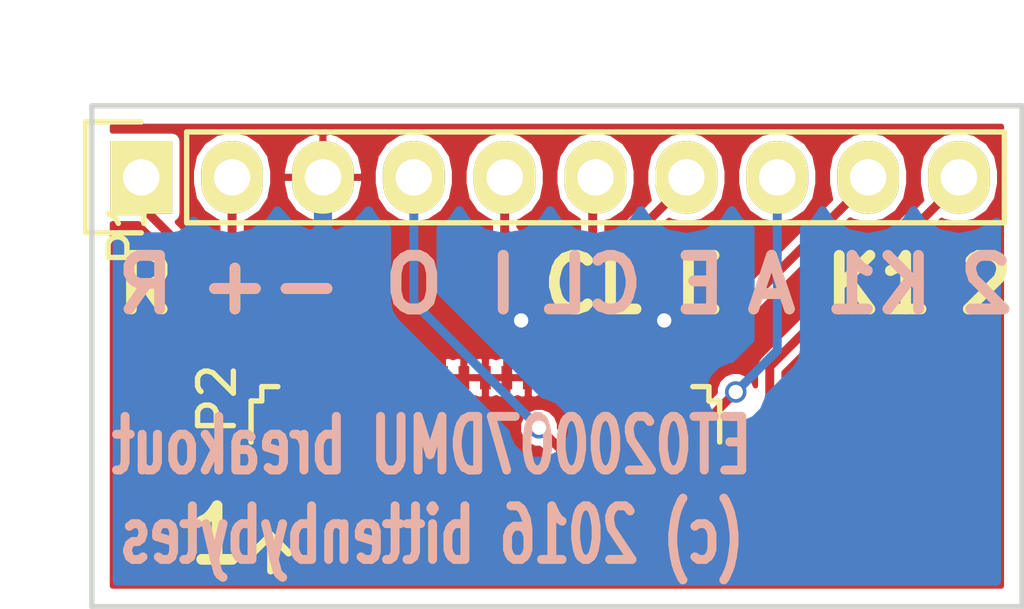
<source format=kicad_pcb>
(kicad_pcb (version 4) (host pcbnew 4.0.1-stable)

  (general
    (links 0)
    (no_connects 34)
    (area 132.155 97.391666 163.255001 114.575001)
    (thickness 1.6)
    (drawings 31)
    (tracks 61)
    (zones 0)
    (modules 2)
    (nets 11)
  )

  (page A4)
  (layers
    (0 F.Cu signal)
    (31 B.Cu signal)
    (32 B.Adhes user)
    (33 F.Adhes user)
    (34 B.Paste user)
    (35 F.Paste user)
    (36 B.SilkS user)
    (37 F.SilkS user)
    (38 B.Mask user)
    (39 F.Mask user)
    (40 Dwgs.User user)
    (41 Cmts.User user)
    (42 Eco1.User user)
    (43 Eco2.User user)
    (44 Edge.Cuts user)
    (45 Margin user)
    (46 B.CrtYd user)
    (47 F.CrtYd user)
    (48 B.Fab user)
    (49 F.Fab user)
  )

  (setup
    (last_trace_width 0.25)
    (trace_clearance 0.2)
    (zone_clearance 0.15)
    (zone_45_only no)
    (trace_min 0.2)
    (segment_width 0.2)
    (edge_width 0.15)
    (via_size 0.6)
    (via_drill 0.4)
    (via_min_size 0.4)
    (via_min_drill 0.3)
    (uvia_size 0.3)
    (uvia_drill 0.1)
    (uvias_allowed no)
    (uvia_min_size 0.2)
    (uvia_min_drill 0.1)
    (pcb_text_width 0.3)
    (pcb_text_size 1.5 1.5)
    (mod_edge_width 0.15)
    (mod_text_size 1 1)
    (mod_text_width 0.15)
    (pad_size 1.524 1.524)
    (pad_drill 0.762)
    (pad_to_mask_clearance 0.2)
    (aux_axis_origin 0 0)
    (visible_elements FFFFFF7F)
    (pcbplotparams
      (layerselection 0x010f0_80000001)
      (usegerberextensions false)
      (excludeedgelayer true)
      (linewidth 0.100000)
      (plotframeref false)
      (viasonmask true)
      (mode 1)
      (useauxorigin false)
      (hpglpennumber 1)
      (hpglpenspeed 20)
      (hpglpendiameter 15)
      (hpglpenoverlay 2)
      (psnegative false)
      (psa4output false)
      (plotreference true)
      (plotvalue true)
      (plotinvisibletext false)
      (padsonsilk false)
      (subtractmaskfromsilk false)
      (outputformat 1)
      (mirror false)
      (drillshape 0)
      (scaleselection 1)
      (outputdirectory Gerbers/))
  )

  (net 0 "")
  (net 1 /~RESET~)
  (net 2 VCC)
  (net 3 GND)
  (net 4 /SDO)
  (net 5 /SDI)
  (net 6 /SCL)
  (net 7 /~CS~)
  (net 8 /VLED_A)
  (net 9 /VLED_K1)
  (net 10 /VLED_K2)

  (net_class Default "Dies ist die voreingestellte Netzklasse."
    (clearance 0.2)
    (trace_width 0.25)
    (via_dia 0.6)
    (via_drill 0.4)
    (uvia_dia 0.3)
    (uvia_drill 0.1)
    (add_net /SCL)
    (add_net /SDI)
    (add_net /SDO)
    (add_net /VLED_A)
    (add_net /VLED_K1)
    (add_net /VLED_K2)
    (add_net /~CS~)
    (add_net /~RESET~)
    (add_net GND)
    (add_net VCC)
  )

  (module Pin_Headers:Pin_Header_Straight_1x10 (layer F.Cu) (tedit 0) (tstamp 56E92701)
    (at 138.38 102.5 90)
    (descr "Through hole pin header")
    (tags "pin header")
    (path /56E92AF7)
    (fp_text reference P1 (at -1.5 -0.38 90) (layer F.SilkS)
      (effects (font (size 1 1) (thickness 0.15)))
    )
    (fp_text value CONN_01X10 (at 0 -3.1 90) (layer F.Fab)
      (effects (font (size 1 1) (thickness 0.15)))
    )
    (fp_line (start -1.75 -1.75) (end -1.75 24.65) (layer F.CrtYd) (width 0.05))
    (fp_line (start 1.75 -1.75) (end 1.75 24.65) (layer F.CrtYd) (width 0.05))
    (fp_line (start -1.75 -1.75) (end 1.75 -1.75) (layer F.CrtYd) (width 0.05))
    (fp_line (start -1.75 24.65) (end 1.75 24.65) (layer F.CrtYd) (width 0.05))
    (fp_line (start 1.27 1.27) (end 1.27 24.13) (layer F.SilkS) (width 0.15))
    (fp_line (start 1.27 24.13) (end -1.27 24.13) (layer F.SilkS) (width 0.15))
    (fp_line (start -1.27 24.13) (end -1.27 1.27) (layer F.SilkS) (width 0.15))
    (fp_line (start 1.55 -1.55) (end 1.55 0) (layer F.SilkS) (width 0.15))
    (fp_line (start 1.27 1.27) (end -1.27 1.27) (layer F.SilkS) (width 0.15))
    (fp_line (start -1.55 0) (end -1.55 -1.55) (layer F.SilkS) (width 0.15))
    (fp_line (start -1.55 -1.55) (end 1.55 -1.55) (layer F.SilkS) (width 0.15))
    (pad 1 thru_hole rect (at 0 0 90) (size 2.032 1.7272) (drill 1.016) (layers *.Cu *.Mask F.SilkS)
      (net 1 /~RESET~))
    (pad 2 thru_hole oval (at 0 2.54 90) (size 2.032 1.7272) (drill 1.016) (layers *.Cu *.Mask F.SilkS)
      (net 2 VCC))
    (pad 3 thru_hole oval (at 0 5.08 90) (size 2.032 1.7272) (drill 1.016) (layers *.Cu *.Mask F.SilkS)
      (net 3 GND))
    (pad 4 thru_hole oval (at 0 7.62 90) (size 2.032 1.7272) (drill 1.016) (layers *.Cu *.Mask F.SilkS)
      (net 4 /SDO))
    (pad 5 thru_hole oval (at 0 10.16 90) (size 2.032 1.7272) (drill 1.016) (layers *.Cu *.Mask F.SilkS)
      (net 5 /SDI))
    (pad 6 thru_hole oval (at 0 12.7 90) (size 2.032 1.7272) (drill 1.016) (layers *.Cu *.Mask F.SilkS)
      (net 6 /SCL))
    (pad 7 thru_hole oval (at 0 15.24 90) (size 2.032 1.7272) (drill 1.016) (layers *.Cu *.Mask F.SilkS)
      (net 7 /~CS~))
    (pad 8 thru_hole oval (at 0 17.78 90) (size 2.032 1.7272) (drill 1.016) (layers *.Cu *.Mask F.SilkS)
      (net 8 /VLED_A))
    (pad 9 thru_hole oval (at 0 20.32 90) (size 2.032 1.7272) (drill 1.016) (layers *.Cu *.Mask F.SilkS)
      (net 9 /VLED_K1))
    (pad 10 thru_hole oval (at 0 22.86 90) (size 2.032 1.7272) (drill 1.016) (layers *.Cu *.Mask F.SilkS)
      (net 10 /VLED_K2))
    (model Pin_Headers.3dshapes/Pin_Header_Straight_1x10.wrl
      (at (xyz 0 -0.45 0))
      (scale (xyz 1 1 1))
      (rotate (xyz 0 0 90))
    )
  )

  (module conn-hele:FH26-39S-0.3HW (layer F.Cu) (tedit 56E825FB) (tstamp 56E9272E)
    (at 148 109.5)
    (descr "Hirose 39 way 0.3mm pitch ZIF socket")
    (tags "ZIF Socket")
    (path /56E91C53)
    (fp_text reference P2 (at -7.5 -0.8 90) (layer F.SilkS)
      (effects (font (size 1 1) (thickness 0.15)))
    )
    (fp_text value CONN_01X39 (at 0.45 3.85) (layer F.Fab)
      (effects (font (size 1 1) (thickness 0.15)))
    )
    (fp_line (start -6.55 -0.75) (end -6.55 0.4) (layer F.SilkS) (width 0.15))
    (fp_line (start -6.25 -0.75) (end -6.55 -0.75) (layer F.SilkS) (width 0.15))
    (fp_line (start -6.25 -1.15) (end -6.25 -0.75) (layer F.SilkS) (width 0.15))
    (fp_line (start -5.8 -1.15) (end -6.25 -1.15) (layer F.SilkS) (width 0.15))
    (fp_line (start 6.25 -1.15) (end 5.8 -1.15) (layer F.SilkS) (width 0.15))
    (fp_line (start 6.55 -0.75) (end 6.25 -0.75) (layer F.SilkS) (width 0.15))
    (fp_line (start 6.55 -0.752054) (end 6.55 0.397946) (layer F.SilkS) (width 0.15))
    (fp_line (start 6.25 -1.15) (end 6.25 -0.75) (layer F.SilkS) (width 0.15))
    (pad 1 smd rect (at -5.7 1.4) (size 0.3 0.65) (layers F.Cu F.Paste F.Mask))
    (pad 3 smd rect (at -5.1 1.4) (size 0.3 0.65) (layers F.Cu F.Paste F.Mask)
      (net 2 VCC))
    (pad 5 smd rect (at -4.5 1.4) (size 0.3 0.65) (layers F.Cu F.Paste F.Mask)
      (net 3 GND))
    (pad 7 smd rect (at -3.9 1.4) (size 0.3 0.65) (layers F.Cu F.Paste F.Mask))
    (pad 11 smd rect (at -2.7 1.4) (size 0.3 0.65) (layers F.Cu F.Paste F.Mask)
      (net 3 GND))
    (pad 13 smd rect (at -2.1 1.4) (size 0.3 0.65) (layers F.Cu F.Paste F.Mask)
      (net 3 GND))
    (pad 9 smd rect (at -3.3 1.4) (size 0.3 0.65) (layers F.Cu F.Paste F.Mask)
      (net 3 GND))
    (pad 15 smd rect (at -1.5 1.4) (size 0.3 0.65) (layers F.Cu F.Paste F.Mask)
      (net 3 GND))
    (pad 23 smd rect (at 0.9 1.4) (size 0.3 0.65) (layers F.Cu F.Paste F.Mask)
      (net 3 GND))
    (pad 25 smd rect (at 1.5 1.4) (size 0.3 0.65) (layers F.Cu F.Paste F.Mask)
      (net 3 GND))
    (pad 27 smd rect (at 2.1 1.4) (size 0.3 0.65) (layers F.Cu F.Paste F.Mask)
      (net 4 /SDO))
    (pad 29 smd rect (at 2.7 1.4) (size 0.3 0.65) (layers F.Cu F.Paste F.Mask))
    (pad 19 smd rect (at -0.3 1.4) (size 0.3 0.65) (layers F.Cu F.Paste F.Mask)
      (net 3 GND))
    (pad 21 smd rect (at 0.3 1.4) (size 0.3 0.65) (layers F.Cu F.Paste F.Mask)
      (net 3 GND))
    (pad 17 smd rect (at -0.9 1.4) (size 0.3 0.65) (layers F.Cu F.Paste F.Mask)
      (net 3 GND))
    (pad 31 smd rect (at 3.3 1.4) (size 0.3 0.65) (layers F.Cu F.Paste F.Mask))
    (pad 37 smd rect (at 5.1 1.4) (size 0.3 0.65) (layers F.Cu F.Paste F.Mask)
      (net 8 /VLED_A))
    (pad 35 smd rect (at 4.5 1.4) (size 0.3 0.65) (layers F.Cu F.Paste F.Mask)
      (net 2 VCC))
    (pad 33 smd rect (at 3.9 1.4) (size 0.3 0.65) (layers F.Cu F.Paste F.Mask)
      (net 2 VCC))
    (pad 39 smd rect (at 5.7 1.4) (size 0.3 0.65) (layers F.Cu F.Paste F.Mask)
      (net 10 /VLED_K2))
    (pad 8 smd rect (at -3.6 -1.4) (size 0.3 0.65) (layers F.Cu F.Paste F.Mask)
      (net 3 GND))
    (pad 6 smd rect (at -4.2 -1.4) (size 0.3 0.65) (layers F.Cu F.Paste F.Mask)
      (net 3 GND))
    (pad 4 smd rect (at -4.8 -1.4) (size 0.3 0.65) (layers F.Cu F.Paste F.Mask)
      (net 2 VCC))
    (pad 10 smd rect (at -3 -1.4) (size 0.3 0.65) (layers F.Cu F.Paste F.Mask)
      (net 3 GND))
    (pad 2 smd rect (at -5.4 -1.4) (size 0.3 0.65) (layers F.Cu F.Paste F.Mask)
      (net 1 /~RESET~))
    (pad 26 smd rect (at 1.8 -1.4) (size 0.3 0.65) (layers F.Cu F.Paste F.Mask))
    (pad 32 smd rect (at 3.6 -1.4) (size 0.3 0.65) (layers F.Cu F.Paste F.Mask)
      (net 7 /~CS~))
    (pad 30 smd rect (at 3 -1.4) (size 0.3 0.65) (layers F.Cu F.Paste F.Mask)
      (net 6 /SCL))
    (pad 36 smd rect (at 4.8 -1.4) (size 0.3 0.65) (layers F.Cu F.Paste F.Mask)
      (net 3 GND))
    (pad 38 smd rect (at 5.4 -1.4) (size 0.3 0.65) (layers F.Cu F.Paste F.Mask)
      (net 9 /VLED_K1))
    (pad 28 smd rect (at 2.4 -1.4) (size 0.3 0.65) (layers F.Cu F.Paste F.Mask)
      (net 5 /SDI))
    (pad 34 smd rect (at 4.2 -1.4) (size 0.3 0.65) (layers F.Cu F.Paste F.Mask)
      (net 2 VCC))
    (pad 14 smd rect (at -1.8 -1.4) (size 0.3 0.65) (layers F.Cu F.Paste F.Mask)
      (net 3 GND))
    (pad 22 smd rect (at 0.6 -1.4) (size 0.3 0.65) (layers F.Cu F.Paste F.Mask)
      (net 3 GND))
    (pad 12 smd rect (at -2.4 -1.4) (size 0.3 0.65) (layers F.Cu F.Paste F.Mask)
      (net 3 GND))
    (pad 18 smd rect (at -0.6 -1.4) (size 0.3 0.65) (layers F.Cu F.Paste F.Mask)
      (net 3 GND))
    (pad 20 smd rect (at 0 -1.4) (size 0.3 0.65) (layers F.Cu F.Paste F.Mask)
      (net 3 GND))
    (pad 24 smd rect (at 1.2 -1.4) (size 0.3 0.65) (layers F.Cu F.Paste F.Mask)
      (net 3 GND))
    (pad 16 smd rect (at -1.2 -1.4) (size 0.3 0.65) (layers F.Cu F.Paste F.Mask)
      (net 3 GND))
    (pad S smd rect (at -6.4 1.05) (size 0.4 0.95) (layers F.Cu F.Paste F.Mask))
    (pad S smd rect (at 6.4 1.05) (size 0.4 0.95) (layers F.Cu F.Paste F.Mask))
  )

  (gr_text "ET020007DMU breakout" (at 146.5 110) (layer B.SilkS) (tstamp 56E92BF6)
    (effects (font (size 1.5 1) (thickness 0.25)) (justify mirror))
  )
  (gr_text "(c) 2016 bittenbybytes" (at 146.5 112.5) (layer B.SilkS)
    (effects (font (size 1.5 1) (thickness 0.25)) (justify mirror))
  )
  (gr_line (start 142 112.5) (end 142.5 113) (layer F.SilkS) (width 0.2))
  (gr_line (start 141.5 113) (end 142 112.5) (layer F.SilkS) (width 0.2))
  (gr_line (start 142 112.5) (end 141.5 113) (layer F.SilkS) (width 0.2))
  (gr_line (start 142 113.5) (end 142 112.5) (layer F.SilkS) (width 0.2))
  (gr_text K1 (at 159 105.5) (layer B.SilkS) (tstamp 56E92A35)
    (effects (font (size 1.5 1.5) (thickness 0.3)) (justify mirror))
  )
  (gr_text 2 (at 162 105.5) (layer B.SilkS) (tstamp 56E92A34)
    (effects (font (size 1.5 1.5) (thickness 0.3)) (justify mirror))
  )
  (gr_text A (at 156 105.5) (layer B.SilkS) (tstamp 56E92A33)
    (effects (font (size 1.5 1.5) (thickness 0.3)) (justify mirror))
  )
  (gr_text E (at 154 105.5) (layer B.SilkS) (tstamp 56E92A32)
    (effects (font (size 1.5 1.5) (thickness 0.3)) (justify mirror))
  )
  (gr_text R (at 138.5 105.5) (layer B.SilkS) (tstamp 56E92A31)
    (effects (font (size 1.5 1.5) (thickness 0.3)) (justify mirror))
  )
  (gr_text - (at 143 105.5) (layer B.SilkS) (tstamp 56E92A30)
    (effects (font (size 1.5 1.5) (thickness 0.3)) (justify mirror))
  )
  (gr_text + (at 141 105.5) (layer B.SilkS) (tstamp 56E92A2F)
    (effects (font (size 1.5 1.5) (thickness 0.3)) (justify mirror))
  )
  (gr_text I (at 148.5 105.5) (layer B.SilkS) (tstamp 56E92A2E)
    (effects (font (size 1.5 1.5) (thickness 0.3)) (justify mirror))
  )
  (gr_text O (at 146 105.5) (layer B.SilkS) (tstamp 56E92A2D)
    (effects (font (size 1.5 1.5) (thickness 0.3)) (justify mirror))
  )
  (gr_text CL (at 151 105.5) (layer B.SilkS) (tstamp 56E92A2C)
    (effects (font (size 1.5 1.5) (thickness 0.3)) (justify mirror))
  )
  (gr_text 2 (at 162 105.5) (layer F.SilkS)
    (effects (font (size 1.5 1.5) (thickness 0.3)))
  )
  (gr_text K1 (at 159 105.5) (layer F.SilkS)
    (effects (font (size 1.5 1.5) (thickness 0.3)))
  )
  (gr_text A (at 156 105.5) (layer F.SilkS)
    (effects (font (size 1.5 1.5) (thickness 0.3)))
  )
  (gr_text E (at 154 105.5) (layer F.SilkS)
    (effects (font (size 1.5 1.5) (thickness 0.3)))
  )
  (gr_text CL (at 151 105.5) (layer F.SilkS)
    (effects (font (size 1.5 1.5) (thickness 0.3)))
  )
  (gr_text I (at 148.5 105.5) (layer F.SilkS)
    (effects (font (size 1.5 1.5) (thickness 0.3)))
  )
  (gr_text O (at 146 105.5) (layer F.SilkS)
    (effects (font (size 1.5 1.5) (thickness 0.3)))
  )
  (gr_text - (at 143 105.5) (layer F.SilkS)
    (effects (font (size 1.5 1.5) (thickness 0.3)))
  )
  (gr_text + (at 141 105.5) (layer F.SilkS)
    (effects (font (size 1.5 1.5) (thickness 0.3)))
  )
  (gr_text R (at 138.5 105.5) (layer F.SilkS)
    (effects (font (size 1.5 1.5) (thickness 0.3)))
  )
  (gr_text 1 (at 140.5 112.5) (layer F.SilkS)
    (effects (font (size 1.5 1.5) (thickness 0.3)))
  )
  (gr_line (start 163 114.5) (end 137 114.5) (layer Edge.Cuts) (width 0.15))
  (gr_line (start 163 100.5) (end 163 114.5) (layer Edge.Cuts) (width 0.15))
  (gr_line (start 137 100.5) (end 163 100.5) (layer Edge.Cuts) (width 0.15))
  (gr_line (start 137 114.5) (end 137 100.5) (layer Edge.Cuts) (width 0.15))

  (segment (start 138.38 102.6524) (end 138.38 102.5) (width 0.25) (layer F.Cu) (net 1))
  (segment (start 138.38 103.305) (end 138.38 102.6524) (width 0.25) (layer F.Cu) (net 1))
  (segment (start 142.6 107.525) (end 138.38 103.305) (width 0.25) (layer F.Cu) (net 1))
  (segment (start 142.6 108.1) (end 142.6 107.525) (width 0.25) (layer F.Cu) (net 1))
  (segment (start 151.9 109.6) (end 152.2 109.3) (width 0.25) (layer F.Cu) (net 2))
  (segment (start 152.2 109.3) (end 152.2 108.1) (width 0.25) (layer F.Cu) (net 2))
  (segment (start 151.9 110.9) (end 151.9 109.6) (width 0.25) (layer F.Cu) (net 2))
  (segment (start 151.9 110.9) (end 152.5 110.9) (width 0.25) (layer F.Cu) (net 2))
  (segment (start 151 113) (end 151.9 112.1) (width 0.25) (layer F.Cu) (net 2))
  (segment (start 151.9 112.1) (end 151.9 110.9) (width 0.25) (layer F.Cu) (net 2))
  (segment (start 144.425 113) (end 151 113) (width 0.25) (layer F.Cu) (net 2))
  (segment (start 142.9 110.9) (end 142.9 111.475) (width 0.25) (layer F.Cu) (net 2))
  (segment (start 142.9 111.475) (end 144.425 113) (width 0.25) (layer F.Cu) (net 2))
  (segment (start 142.9 110.9) (end 142.9 108.860002) (width 0.25) (layer F.Cu) (net 2))
  (segment (start 142.9 108.860002) (end 143.2 108.560002) (width 0.25) (layer F.Cu) (net 2))
  (segment (start 143.2 108.560002) (end 143.2 108.1) (width 0.25) (layer F.Cu) (net 2))
  (segment (start 143.2 106.7) (end 140.92 104.42) (width 0.25) (layer F.Cu) (net 2))
  (segment (start 140.92 104.42) (end 140.92 102.5) (width 0.25) (layer F.Cu) (net 2))
  (segment (start 143.2 108.1) (end 143.2 106.7) (width 0.25) (layer F.Cu) (net 2))
  (segment (start 149.2 108.1) (end 149.2 106.7) (width 0.25) (layer F.Cu) (net 3))
  (segment (start 149.2 106.7) (end 149 106.5) (width 0.25) (layer F.Cu) (net 3))
  (via (at 149 106.5) (size 0.6) (drill 0.4) (layers F.Cu B.Cu) (net 3))
  (segment (start 153 106.5) (end 149 106.5) (width 0.25) (layer B.Cu) (net 3))
  (segment (start 153 107.325) (end 153 106.5) (width 0.25) (layer F.Cu) (net 3))
  (via (at 153 106.5) (size 0.6) (drill 0.4) (layers F.Cu B.Cu) (net 3))
  (segment (start 152.8 108.1) (end 152.8 107.525) (width 0.25) (layer F.Cu) (net 3))
  (segment (start 152.8 107.525) (end 153 107.325) (width 0.25) (layer F.Cu) (net 3))
  (segment (start 149.5 109.5) (end 146 106) (width 0.25) (layer B.Cu) (net 4))
  (segment (start 146 106) (end 146 102.5) (width 0.25) (layer B.Cu) (net 4))
  (segment (start 150.1 110.1) (end 149.5 109.5) (width 0.25) (layer F.Cu) (net 4))
  (via (at 149.5 109.5) (size 0.6) (drill 0.4) (layers F.Cu B.Cu) (net 4))
  (segment (start 150.1 110.9) (end 150.1 110.1) (width 0.25) (layer F.Cu) (net 4))
  (segment (start 150.4 105.9) (end 148.54 104.04) (width 0.25) (layer F.Cu) (net 5))
  (segment (start 148.54 104.04) (end 148.54 102.5) (width 0.25) (layer F.Cu) (net 5))
  (segment (start 150.4 108.1) (end 150.4 105.9) (width 0.25) (layer F.Cu) (net 5))
  (segment (start 151 108.1) (end 151 102.58) (width 0.25) (layer F.Cu) (net 6))
  (segment (start 151 102.58) (end 151.08 102.5) (width 0.25) (layer F.Cu) (net 6))
  (segment (start 151.6 108.1) (end 151.6 104.52) (width 0.25) (layer F.Cu) (net 7))
  (segment (start 151.6 104.52) (end 152.354 103.766) (width 0.25) (layer F.Cu) (net 7))
  (segment (start 152.354 103.766) (end 152.5064 103.766) (width 0.25) (layer F.Cu) (net 7))
  (segment (start 152.5064 103.766) (end 153.62 102.6524) (width 0.25) (layer F.Cu) (net 7))
  (segment (start 153.62 102.6524) (end 153.62 102.5) (width 0.25) (layer F.Cu) (net 7))
  (segment (start 155 108.5) (end 156.16 107.34) (width 0.25) (layer B.Cu) (net 8))
  (segment (start 156.16 107.34) (end 156.16 102.5) (width 0.25) (layer B.Cu) (net 8))
  (segment (start 154 109.5) (end 155 108.5) (width 0.25) (layer F.Cu) (net 8))
  (via (at 155 108.5) (size 0.6) (drill 0.4) (layers F.Cu B.Cu) (net 8))
  (segment (start 153.925 109.5) (end 154 109.5) (width 0.25) (layer F.Cu) (net 8))
  (segment (start 153.1 110.9) (end 153.1 110.325) (width 0.25) (layer F.Cu) (net 8))
  (segment (start 153.1 110.325) (end 153.925 109.5) (width 0.25) (layer F.Cu) (net 8))
  (segment (start 153.4 108.1) (end 153.4 107.925) (width 0.25) (layer F.Cu) (net 9))
  (segment (start 153.4 107.925) (end 158.7 102.625) (width 0.25) (layer F.Cu) (net 9))
  (segment (start 158.7 102.625) (end 158.7 102.5) (width 0.25) (layer F.Cu) (net 9))
  (segment (start 161.24 102.6524) (end 161.24 102.5) (width 0.25) (layer F.Cu) (net 10))
  (segment (start 160.1264 103.766) (end 161.24 102.6524) (width 0.25) (layer F.Cu) (net 10))
  (segment (start 155.950011 110.186399) (end 155.950011 107.789989) (width 0.25) (layer F.Cu) (net 10))
  (segment (start 153.7 111.075) (end 154.1 111.475) (width 0.25) (layer F.Cu) (net 10))
  (segment (start 154.66141 111.475) (end 155.950011 110.186399) (width 0.25) (layer F.Cu) (net 10))
  (segment (start 153.7 110.9) (end 153.7 111.075) (width 0.25) (layer F.Cu) (net 10))
  (segment (start 154.1 111.475) (end 154.66141 111.475) (width 0.25) (layer F.Cu) (net 10))
  (segment (start 155.950011 107.789989) (end 159.974 103.766) (width 0.25) (layer F.Cu) (net 10))
  (segment (start 159.974 103.766) (end 160.1264 103.766) (width 0.25) (layer F.Cu) (net 10))

  (zone (net 3) (net_name GND) (layer F.Cu) (tstamp 0) (hatch edge 0.508)
    (connect_pads (clearance 0.15))
    (min_thickness 0.15)
    (fill yes (arc_segments 16) (thermal_gap 0.2) (thermal_bridge_width 0.2))
    (polygon
      (pts
        (xy 137.5 101) (xy 162.5 101) (xy 162.5 114) (xy 137.5 114)
      )
    )
    (filled_polygon
      (pts
        (xy 162.425 113.925) (xy 137.575 113.925) (xy 137.575 103.796387) (xy 138.305701 103.796387) (xy 142.188929 107.679615)
        (xy 142.169613 107.775) (xy 142.169613 108.425) (xy 142.188788 108.526909) (xy 142.249016 108.620506) (xy 142.340914 108.683296)
        (xy 142.45 108.705387) (xy 142.531478 108.705387) (xy 142.530448 108.706928) (xy 142.530448 108.706929) (xy 142.5 108.860002)
        (xy 142.5 110.304738) (xy 142.45 110.294613) (xy 142.15 110.294613) (xy 142.080387 110.307711) (xy 142.080387 110.075)
        (xy 142.061212 109.973091) (xy 142.000984 109.879494) (xy 141.909086 109.816704) (xy 141.8 109.794613) (xy 141.4 109.794613)
        (xy 141.298091 109.813788) (xy 141.204494 109.874016) (xy 141.141704 109.965914) (xy 141.119613 110.075) (xy 141.119613 111.025)
        (xy 141.138788 111.126909) (xy 141.199016 111.220506) (xy 141.290914 111.283296) (xy 141.4 111.305387) (xy 141.8 111.305387)
        (xy 141.881841 111.289988) (xy 141.888788 111.326909) (xy 141.949016 111.420506) (xy 142.040914 111.483296) (xy 142.15 111.505387)
        (xy 142.45 111.505387) (xy 142.504022 111.495222) (xy 142.530448 111.628074) (xy 142.617157 111.757843) (xy 144.142155 113.28284)
        (xy 144.142157 113.282843) (xy 144.207042 113.326198) (xy 144.271926 113.369552) (xy 144.425 113.400001) (xy 144.425005 113.4)
        (xy 151 113.4) (xy 151.153074 113.369552) (xy 151.282843 113.282843) (xy 152.182843 112.382843) (xy 152.269552 112.253074)
        (xy 152.3 112.1) (xy 152.3 111.495262) (xy 152.35 111.505387) (xy 152.65 111.505387) (xy 152.751909 111.486212)
        (xy 152.799944 111.455303) (xy 152.840914 111.483296) (xy 152.95 111.505387) (xy 153.25 111.505387) (xy 153.351909 111.486212)
        (xy 153.399944 111.455303) (xy 153.440914 111.483296) (xy 153.55 111.505387) (xy 153.564701 111.505387) (xy 153.817155 111.75784)
        (xy 153.817157 111.757843) (xy 153.946927 111.844552) (xy 154.1 111.875) (xy 154.66141 111.875) (xy 154.814484 111.844552)
        (xy 154.944253 111.757843) (xy 156.232854 110.469242) (xy 156.319563 110.339473) (xy 156.350011 110.186399) (xy 156.350011 107.955675)
        (xy 160.142985 104.162701) (xy 160.279474 104.135552) (xy 160.409243 104.048843) (xy 160.758831 103.699255) (xy 160.804277 103.729621)
        (xy 161.24 103.816292) (xy 161.675723 103.729621) (xy 162.045112 103.482804) (xy 162.291929 103.113415) (xy 162.3786 102.677692)
        (xy 162.3786 102.322308) (xy 162.291929 101.886585) (xy 162.045112 101.517196) (xy 161.675723 101.270379) (xy 161.24 101.183708)
        (xy 160.804277 101.270379) (xy 160.434888 101.517196) (xy 160.188071 101.886585) (xy 160.1014 102.322308) (xy 160.1014 102.677692)
        (xy 160.188071 103.113415) (xy 160.198176 103.128538) (xy 159.957416 103.369298) (xy 159.820926 103.396448) (xy 159.691157 103.483157)
        (xy 155.667168 107.507146) (xy 155.580459 107.636915) (xy 155.574691 107.665914) (xy 155.550011 107.789989) (xy 155.550011 108.325407)
        (xy 155.487746 108.174714) (xy 155.326137 108.012823) (xy 155.114876 107.9251) (xy 154.886127 107.9249) (xy 154.674714 108.012254)
        (xy 154.512823 108.173863) (xy 154.4251 108.385124) (xy 154.424991 108.509323) (xy 153.811797 109.122517) (xy 153.771926 109.130448)
        (xy 153.642157 109.217157) (xy 152.817157 110.042157) (xy 152.730448 110.171926) (xy 152.730448 110.171927) (xy 152.703874 110.305523)
        (xy 152.65 110.294613) (xy 152.35 110.294613) (xy 152.3 110.304021) (xy 152.3 109.765686) (xy 152.482843 109.582843)
        (xy 152.569552 109.453074) (xy 152.6 109.3) (xy 152.6 108.7) (xy 152.70625 108.7) (xy 152.775 108.63125)
        (xy 152.775 108.125) (xy 152.755 108.125) (xy 152.755 108.075) (xy 152.775 108.075) (xy 152.775 107.56875)
        (xy 152.825 107.56875) (xy 152.825 108.075) (xy 152.845 108.075) (xy 152.845 108.125) (xy 152.825 108.125)
        (xy 152.825 108.63125) (xy 152.89375 108.7) (xy 153.004701 108.7) (xy 153.104724 108.658569) (xy 153.140914 108.683296)
        (xy 153.25 108.705387) (xy 153.55 108.705387) (xy 153.651909 108.686212) (xy 153.745506 108.625984) (xy 153.808296 108.534086)
        (xy 153.830387 108.425) (xy 153.830387 108.060299) (xy 158.202406 103.68828) (xy 158.264277 103.729621) (xy 158.7 103.816292)
        (xy 159.135723 103.729621) (xy 159.505112 103.482804) (xy 159.751929 103.113415) (xy 159.8386 102.677692) (xy 159.8386 102.322308)
        (xy 159.751929 101.886585) (xy 159.505112 101.517196) (xy 159.135723 101.270379) (xy 158.7 101.183708) (xy 158.264277 101.270379)
        (xy 157.894888 101.517196) (xy 157.648071 101.886585) (xy 157.5614 102.322308) (xy 157.5614 102.677692) (xy 157.647711 103.111603)
        (xy 153.264701 107.494613) (xy 153.25 107.494613) (xy 153.148091 107.513788) (xy 153.104973 107.541534) (xy 153.004701 107.5)
        (xy 152.89375 107.5) (xy 152.825 107.56875) (xy 152.775 107.56875) (xy 152.70625 107.5) (xy 152.595299 107.5)
        (xy 152.495276 107.541431) (xy 152.459086 107.516704) (xy 152.35 107.494613) (xy 152.05 107.494613) (xy 152 107.504021)
        (xy 152 104.685686) (xy 152.522985 104.162701) (xy 152.659474 104.135552) (xy 152.789243 104.048843) (xy 153.138831 103.699255)
        (xy 153.184277 103.729621) (xy 153.62 103.816292) (xy 154.055723 103.729621) (xy 154.425112 103.482804) (xy 154.671929 103.113415)
        (xy 154.7586 102.677692) (xy 154.7586 102.322308) (xy 155.0214 102.322308) (xy 155.0214 102.677692) (xy 155.108071 103.113415)
        (xy 155.354888 103.482804) (xy 155.724277 103.729621) (xy 156.16 103.816292) (xy 156.595723 103.729621) (xy 156.965112 103.482804)
        (xy 157.211929 103.113415) (xy 157.2986 102.677692) (xy 157.2986 102.322308) (xy 157.211929 101.886585) (xy 156.965112 101.517196)
        (xy 156.595723 101.270379) (xy 156.16 101.183708) (xy 155.724277 101.270379) (xy 155.354888 101.517196) (xy 155.108071 101.886585)
        (xy 155.0214 102.322308) (xy 154.7586 102.322308) (xy 154.671929 101.886585) (xy 154.425112 101.517196) (xy 154.055723 101.270379)
        (xy 153.62 101.183708) (xy 153.184277 101.270379) (xy 152.814888 101.517196) (xy 152.568071 101.886585) (xy 152.4814 102.322308)
        (xy 152.4814 102.677692) (xy 152.568071 103.113415) (xy 152.578176 103.128538) (xy 152.337415 103.369299) (xy 152.200926 103.396448)
        (xy 152.071157 103.483157) (xy 151.4 104.154314) (xy 151.4 103.75264) (xy 151.515723 103.729621) (xy 151.885112 103.482804)
        (xy 152.131929 103.113415) (xy 152.2186 102.677692) (xy 152.2186 102.322308) (xy 152.131929 101.886585) (xy 151.885112 101.517196)
        (xy 151.515723 101.270379) (xy 151.08 101.183708) (xy 150.644277 101.270379) (xy 150.274888 101.517196) (xy 150.028071 101.886585)
        (xy 149.9414 102.322308) (xy 149.9414 102.677692) (xy 150.028071 103.113415) (xy 150.274888 103.482804) (xy 150.6 103.700036)
        (xy 150.6 105.534314) (xy 148.94 103.874314) (xy 148.94 103.736727) (xy 148.975723 103.729621) (xy 149.345112 103.482804)
        (xy 149.591929 103.113415) (xy 149.6786 102.677692) (xy 149.6786 102.322308) (xy 149.591929 101.886585) (xy 149.345112 101.517196)
        (xy 148.975723 101.270379) (xy 148.54 101.183708) (xy 148.104277 101.270379) (xy 147.734888 101.517196) (xy 147.488071 101.886585)
        (xy 147.4014 102.322308) (xy 147.4014 102.677692) (xy 147.488071 103.113415) (xy 147.734888 103.482804) (xy 148.104277 103.729621)
        (xy 148.14 103.736727) (xy 148.14 104.04) (xy 148.170448 104.193074) (xy 148.257157 104.322843) (xy 150 106.065686)
        (xy 150 107.504738) (xy 149.95 107.494613) (xy 149.65 107.494613) (xy 149.548091 107.513788) (xy 149.504973 107.541534)
        (xy 149.404701 107.5) (xy 149.29375 107.5) (xy 149.225 107.56875) (xy 149.225 108.075) (xy 149.245 108.075)
        (xy 149.245 108.125) (xy 149.225 108.125) (xy 149.225 108.63125) (xy 149.29375 108.7) (xy 149.404701 108.7)
        (xy 149.504724 108.658569) (xy 149.540914 108.683296) (xy 149.65 108.705387) (xy 149.95 108.705387) (xy 150.051909 108.686212)
        (xy 150.099944 108.655303) (xy 150.140914 108.683296) (xy 150.25 108.705387) (xy 150.55 108.705387) (xy 150.651909 108.686212)
        (xy 150.699944 108.655303) (xy 150.740914 108.683296) (xy 150.85 108.705387) (xy 151.15 108.705387) (xy 151.251909 108.686212)
        (xy 151.299944 108.655303) (xy 151.340914 108.683296) (xy 151.45 108.705387) (xy 151.75 108.705387) (xy 151.8 108.695979)
        (xy 151.8 109.134314) (xy 151.617157 109.317157) (xy 151.530448 109.446926) (xy 151.530448 109.446927) (xy 151.5 109.6)
        (xy 151.5 110.304738) (xy 151.45 110.294613) (xy 151.15 110.294613) (xy 151.048091 110.313788) (xy 151.000056 110.344697)
        (xy 150.959086 110.316704) (xy 150.85 110.294613) (xy 150.55 110.294613) (xy 150.5 110.304021) (xy 150.5 110.1)
        (xy 150.480109 110) (xy 150.469552 109.946926) (xy 150.382843 109.817157) (xy 150.074992 109.509306) (xy 150.0751 109.386127)
        (xy 149.987746 109.174714) (xy 149.826137 109.012823) (xy 149.614876 108.9251) (xy 149.386127 108.9249) (xy 149.174714 109.012254)
        (xy 149.012823 109.173863) (xy 148.9251 109.385124) (xy 148.9249 109.613873) (xy 149.012254 109.825286) (xy 149.173863 109.987177)
        (xy 149.385124 110.0749) (xy 149.509323 110.075009) (xy 149.7 110.265686) (xy 149.7 110.3) (xy 149.59375 110.3)
        (xy 149.525 110.36875) (xy 149.525 110.875) (xy 149.545 110.875) (xy 149.545 110.925) (xy 149.525 110.925)
        (xy 149.525 111.43125) (xy 149.59375 111.5) (xy 149.704701 111.5) (xy 149.804724 111.458569) (xy 149.840914 111.483296)
        (xy 149.95 111.505387) (xy 150.25 111.505387) (xy 150.351909 111.486212) (xy 150.399944 111.455303) (xy 150.440914 111.483296)
        (xy 150.55 111.505387) (xy 150.85 111.505387) (xy 150.951909 111.486212) (xy 150.999944 111.455303) (xy 151.040914 111.483296)
        (xy 151.15 111.505387) (xy 151.45 111.505387) (xy 151.5 111.495979) (xy 151.5 111.934314) (xy 150.834314 112.6)
        (xy 144.590685 112.6) (xy 143.448468 111.457782) (xy 143.475 111.43125) (xy 143.475 110.925) (xy 143.455 110.925)
        (xy 143.455 110.875) (xy 143.475 110.875) (xy 143.475 110.36875) (xy 143.525 110.36875) (xy 143.525 110.875)
        (xy 143.545 110.875) (xy 143.545 110.925) (xy 143.525 110.925) (xy 143.525 111.43125) (xy 143.59375 111.5)
        (xy 143.704701 111.5) (xy 143.804724 111.458569) (xy 143.840914 111.483296) (xy 143.95 111.505387) (xy 144.25 111.505387)
        (xy 144.351909 111.486212) (xy 144.395027 111.458466) (xy 144.495299 111.5) (xy 144.60625 111.5) (xy 144.675 111.43125)
        (xy 144.675 110.925) (xy 144.725 110.925) (xy 144.725 111.43125) (xy 144.79375 111.5) (xy 144.904701 111.5)
        (xy 145 111.460526) (xy 145.095299 111.5) (xy 145.20625 111.5) (xy 145.275 111.43125) (xy 145.275 110.925)
        (xy 145.325 110.925) (xy 145.325 111.43125) (xy 145.39375 111.5) (xy 145.504701 111.5) (xy 145.6 111.460526)
        (xy 145.695299 111.5) (xy 145.80625 111.5) (xy 145.875 111.43125) (xy 145.875 110.925) (xy 145.925 110.925)
        (xy 145.925 111.43125) (xy 145.99375 111.5) (xy 146.104701 111.5) (xy 146.2 111.460526) (xy 146.295299 111.5)
        (xy 146.40625 111.5) (xy 146.475 111.43125) (xy 146.475 110.925) (xy 146.525 110.925) (xy 146.525 111.43125)
        (xy 146.59375 111.5) (xy 146.704701 111.5) (xy 146.8 111.460526) (xy 146.895299 111.5) (xy 147.00625 111.5)
        (xy 147.075 111.43125) (xy 147.075 110.925) (xy 147.125 110.925) (xy 147.125 111.43125) (xy 147.19375 111.5)
        (xy 147.304701 111.5) (xy 147.4 111.460526) (xy 147.495299 111.5) (xy 147.60625 111.5) (xy 147.675 111.43125)
        (xy 147.675 110.925) (xy 147.725 110.925) (xy 147.725 111.43125) (xy 147.79375 111.5) (xy 147.904701 111.5)
        (xy 148 111.460526) (xy 148.095299 111.5) (xy 148.20625 111.5) (xy 148.275 111.43125) (xy 148.275 110.925)
        (xy 148.325 110.925) (xy 148.325 111.43125) (xy 148.39375 111.5) (xy 148.504701 111.5) (xy 148.6 111.460526)
        (xy 148.695299 111.5) (xy 148.80625 111.5) (xy 148.875 111.43125) (xy 148.875 110.925) (xy 148.925 110.925)
        (xy 148.925 111.43125) (xy 148.99375 111.5) (xy 149.104701 111.5) (xy 149.2 111.460526) (xy 149.295299 111.5)
        (xy 149.40625 111.5) (xy 149.475 111.43125) (xy 149.475 110.925) (xy 148.925 110.925) (xy 148.875 110.925)
        (xy 148.325 110.925) (xy 148.275 110.925) (xy 147.725 110.925) (xy 147.675 110.925) (xy 147.125 110.925)
        (xy 147.075 110.925) (xy 146.525 110.925) (xy 146.475 110.925) (xy 145.925 110.925) (xy 145.875 110.925)
        (xy 145.325 110.925) (xy 145.275 110.925) (xy 144.725 110.925) (xy 144.675 110.925) (xy 144.655 110.925)
        (xy 144.655 110.875) (xy 144.675 110.875) (xy 144.675 110.36875) (xy 144.725 110.36875) (xy 144.725 110.875)
        (xy 145.275 110.875) (xy 145.275 110.36875) (xy 145.325 110.36875) (xy 145.325 110.875) (xy 145.875 110.875)
        (xy 145.875 110.36875) (xy 145.925 110.36875) (xy 145.925 110.875) (xy 146.475 110.875) (xy 146.475 110.36875)
        (xy 146.525 110.36875) (xy 146.525 110.875) (xy 147.075 110.875) (xy 147.075 110.36875) (xy 147.125 110.36875)
        (xy 147.125 110.875) (xy 147.675 110.875) (xy 147.675 110.36875) (xy 147.725 110.36875) (xy 147.725 110.875)
        (xy 148.275 110.875) (xy 148.275 110.36875) (xy 148.325 110.36875) (xy 148.325 110.875) (xy 148.875 110.875)
        (xy 148.875 110.36875) (xy 148.925 110.36875) (xy 148.925 110.875) (xy 149.475 110.875) (xy 149.475 110.36875)
        (xy 149.40625 110.3) (xy 149.295299 110.3) (xy 149.2 110.339474) (xy 149.104701 110.3) (xy 148.99375 110.3)
        (xy 148.925 110.36875) (xy 148.875 110.36875) (xy 148.80625 110.3) (xy 148.695299 110.3) (xy 148.6 110.339474)
        (xy 148.504701 110.3) (xy 148.39375 110.3) (xy 148.325 110.36875) (xy 148.275 110.36875) (xy 148.20625 110.3)
        (xy 148.095299 110.3) (xy 148 110.339474) (xy 147.904701 110.3) (xy 147.79375 110.3) (xy 147.725 110.36875)
        (xy 147.675 110.36875) (xy 147.60625 110.3) (xy 147.495299 110.3) (xy 147.4 110.339474) (xy 147.304701 110.3)
        (xy 147.19375 110.3) (xy 147.125 110.36875) (xy 147.075 110.36875) (xy 147.00625 110.3) (xy 146.895299 110.3)
        (xy 146.8 110.339474) (xy 146.704701 110.3) (xy 146.59375 110.3) (xy 146.525 110.36875) (xy 146.475 110.36875)
        (xy 146.40625 110.3) (xy 146.295299 110.3) (xy 146.2 110.339474) (xy 146.104701 110.3) (xy 145.99375 110.3)
        (xy 145.925 110.36875) (xy 145.875 110.36875) (xy 145.80625 110.3) (xy 145.695299 110.3) (xy 145.6 110.339474)
        (xy 145.504701 110.3) (xy 145.39375 110.3) (xy 145.325 110.36875) (xy 145.275 110.36875) (xy 145.20625 110.3)
        (xy 145.095299 110.3) (xy 145 110.339474) (xy 144.904701 110.3) (xy 144.79375 110.3) (xy 144.725 110.36875)
        (xy 144.675 110.36875) (xy 144.60625 110.3) (xy 144.495299 110.3) (xy 144.395276 110.341431) (xy 144.359086 110.316704)
        (xy 144.25 110.294613) (xy 143.95 110.294613) (xy 143.848091 110.313788) (xy 143.804973 110.341534) (xy 143.704701 110.3)
        (xy 143.59375 110.3) (xy 143.525 110.36875) (xy 143.475 110.36875) (xy 143.40625 110.3) (xy 143.3 110.3)
        (xy 143.3 109.025688) (xy 143.482843 108.842845) (xy 143.569552 108.713076) (xy 143.573915 108.691142) (xy 143.595299 108.7)
        (xy 143.70625 108.7) (xy 143.775 108.63125) (xy 143.775 108.125) (xy 143.825 108.125) (xy 143.825 108.63125)
        (xy 143.89375 108.7) (xy 144.004701 108.7) (xy 144.1 108.660526) (xy 144.195299 108.7) (xy 144.30625 108.7)
        (xy 144.375 108.63125) (xy 144.375 108.125) (xy 144.425 108.125) (xy 144.425 108.63125) (xy 144.49375 108.7)
        (xy 144.604701 108.7) (xy 144.7 108.660526) (xy 144.795299 108.7) (xy 144.90625 108.7) (xy 144.975 108.63125)
        (xy 144.975 108.125) (xy 145.025 108.125) (xy 145.025 108.63125) (xy 145.09375 108.7) (xy 145.204701 108.7)
        (xy 145.3 108.660526) (xy 145.395299 108.7) (xy 145.50625 108.7) (xy 145.575 108.63125) (xy 145.575 108.125)
        (xy 145.625 108.125) (xy 145.625 108.63125) (xy 145.69375 108.7) (xy 145.804701 108.7) (xy 145.9 108.660526)
        (xy 145.995299 108.7) (xy 146.10625 108.7) (xy 146.175 108.63125) (xy 146.175 108.125) (xy 146.225 108.125)
        (xy 146.225 108.63125) (xy 146.29375 108.7) (xy 146.404701 108.7) (xy 146.5 108.660526) (xy 146.595299 108.7)
        (xy 146.70625 108.7) (xy 146.775 108.63125) (xy 146.775 108.125) (xy 146.825 108.125) (xy 146.825 108.63125)
        (xy 146.89375 108.7) (xy 147.004701 108.7) (xy 147.1 108.660526) (xy 147.195299 108.7) (xy 147.30625 108.7)
        (xy 147.375 108.63125) (xy 147.375 108.125) (xy 147.425 108.125) (xy 147.425 108.63125) (xy 147.49375 108.7)
        (xy 147.604701 108.7) (xy 147.7 108.660526) (xy 147.795299 108.7) (xy 147.90625 108.7) (xy 147.975 108.63125)
        (xy 147.975 108.125) (xy 148.025 108.125) (xy 148.025 108.63125) (xy 148.09375 108.7) (xy 148.204701 108.7)
        (xy 148.3 108.660526) (xy 148.395299 108.7) (xy 148.50625 108.7) (xy 148.575 108.63125) (xy 148.575 108.125)
        (xy 148.625 108.125) (xy 148.625 108.63125) (xy 148.69375 108.7) (xy 148.804701 108.7) (xy 148.9 108.660526)
        (xy 148.995299 108.7) (xy 149.10625 108.7) (xy 149.175 108.63125) (xy 149.175 108.125) (xy 148.625 108.125)
        (xy 148.575 108.125) (xy 148.025 108.125) (xy 147.975 108.125) (xy 147.425 108.125) (xy 147.375 108.125)
        (xy 146.825 108.125) (xy 146.775 108.125) (xy 146.225 108.125) (xy 146.175 108.125) (xy 145.625 108.125)
        (xy 145.575 108.125) (xy 145.025 108.125) (xy 144.975 108.125) (xy 144.425 108.125) (xy 144.375 108.125)
        (xy 143.825 108.125) (xy 143.775 108.125) (xy 143.755 108.125) (xy 143.755 108.075) (xy 143.775 108.075)
        (xy 143.775 107.56875) (xy 143.825 107.56875) (xy 143.825 108.075) (xy 144.375 108.075) (xy 144.375 107.56875)
        (xy 144.425 107.56875) (xy 144.425 108.075) (xy 144.975 108.075) (xy 144.975 107.56875) (xy 145.025 107.56875)
        (xy 145.025 108.075) (xy 145.575 108.075) (xy 145.575 107.56875) (xy 145.625 107.56875) (xy 145.625 108.075)
        (xy 146.175 108.075) (xy 146.175 107.56875) (xy 146.225 107.56875) (xy 146.225 108.075) (xy 146.775 108.075)
        (xy 146.775 107.56875) (xy 146.825 107.56875) (xy 146.825 108.075) (xy 147.375 108.075) (xy 147.375 107.56875)
        (xy 147.425 107.56875) (xy 147.425 108.075) (xy 147.975 108.075) (xy 147.975 107.56875) (xy 148.025 107.56875)
        (xy 148.025 108.075) (xy 148.575 108.075) (xy 148.575 107.56875) (xy 148.625 107.56875) (xy 148.625 108.075)
        (xy 149.175 108.075) (xy 149.175 107.56875) (xy 149.10625 107.5) (xy 148.995299 107.5) (xy 148.9 107.539474)
        (xy 148.804701 107.5) (xy 148.69375 107.5) (xy 148.625 107.56875) (xy 148.575 107.56875) (xy 148.50625 107.5)
        (xy 148.395299 107.5) (xy 148.3 107.539474) (xy 148.204701 107.5) (xy 148.09375 107.5) (xy 148.025 107.56875)
        (xy 147.975 107.56875) (xy 147.90625 107.5) (xy 147.795299 107.5) (xy 147.7 107.539474) (xy 147.604701 107.5)
        (xy 147.49375 107.5) (xy 147.425 107.56875) (xy 147.375 107.56875) (xy 147.30625 107.5) (xy 147.195299 107.5)
        (xy 147.1 107.539474) (xy 147.004701 107.5) (xy 146.89375 107.5) (xy 146.825 107.56875) (xy 146.775 107.56875)
        (xy 146.70625 107.5) (xy 146.595299 107.5) (xy 146.5 107.539474) (xy 146.404701 107.5) (xy 146.29375 107.5)
        (xy 146.225 107.56875) (xy 146.175 107.56875) (xy 146.10625 107.5) (xy 145.995299 107.5) (xy 145.9 107.539474)
        (xy 145.804701 107.5) (xy 145.69375 107.5) (xy 145.625 107.56875) (xy 145.575 107.56875) (xy 145.50625 107.5)
        (xy 145.395299 107.5) (xy 145.3 107.539474) (xy 145.204701 107.5) (xy 145.09375 107.5) (xy 145.025 107.56875)
        (xy 144.975 107.56875) (xy 144.90625 107.5) (xy 144.795299 107.5) (xy 144.7 107.539474) (xy 144.604701 107.5)
        (xy 144.49375 107.5) (xy 144.425 107.56875) (xy 144.375 107.56875) (xy 144.30625 107.5) (xy 144.195299 107.5)
        (xy 144.1 107.539474) (xy 144.004701 107.5) (xy 143.89375 107.5) (xy 143.825 107.56875) (xy 143.775 107.56875)
        (xy 143.70625 107.5) (xy 143.6 107.5) (xy 143.6 106.7) (xy 143.569552 106.546927) (xy 143.569552 106.546926)
        (xy 143.482843 106.417157) (xy 141.32 104.254314) (xy 141.32 103.736727) (xy 141.355723 103.729621) (xy 141.725112 103.482804)
        (xy 141.971929 103.113415) (xy 142.0586 102.677692) (xy 142.0586 102.525) (xy 142.3214 102.525) (xy 142.3214 102.6774)
        (xy 142.417638 103.11122) (xy 142.672566 103.475189) (xy 143.047374 103.713896) (xy 143.257234 103.7728) (xy 143.435 103.721958)
        (xy 143.435 102.525) (xy 143.485 102.525) (xy 143.485 103.721958) (xy 143.662766 103.7728) (xy 143.872626 103.713896)
        (xy 144.247434 103.475189) (xy 144.502362 103.11122) (xy 144.5986 102.6774) (xy 144.5986 102.525) (xy 143.485 102.525)
        (xy 143.435 102.525) (xy 142.3214 102.525) (xy 142.0586 102.525) (xy 142.0586 102.3226) (xy 142.3214 102.3226)
        (xy 142.3214 102.475) (xy 143.435 102.475) (xy 143.435 101.278042) (xy 143.485 101.278042) (xy 143.485 102.475)
        (xy 144.5986 102.475) (xy 144.5986 102.3226) (xy 144.598536 102.322308) (xy 144.8614 102.322308) (xy 144.8614 102.677692)
        (xy 144.948071 103.113415) (xy 145.194888 103.482804) (xy 145.564277 103.729621) (xy 146 103.816292) (xy 146.435723 103.729621)
        (xy 146.805112 103.482804) (xy 147.051929 103.113415) (xy 147.1386 102.677692) (xy 147.1386 102.322308) (xy 147.051929 101.886585)
        (xy 146.805112 101.517196) (xy 146.435723 101.270379) (xy 146 101.183708) (xy 145.564277 101.270379) (xy 145.194888 101.517196)
        (xy 144.948071 101.886585) (xy 144.8614 102.322308) (xy 144.598536 102.322308) (xy 144.502362 101.88878) (xy 144.247434 101.524811)
        (xy 143.872626 101.286104) (xy 143.662766 101.2272) (xy 143.485 101.278042) (xy 143.435 101.278042) (xy 143.257234 101.2272)
        (xy 143.047374 101.286104) (xy 142.672566 101.524811) (xy 142.417638 101.88878) (xy 142.3214 102.3226) (xy 142.0586 102.3226)
        (xy 142.0586 102.322308) (xy 141.971929 101.886585) (xy 141.725112 101.517196) (xy 141.355723 101.270379) (xy 140.92 101.183708)
        (xy 140.484277 101.270379) (xy 140.114888 101.517196) (xy 139.868071 101.886585) (xy 139.7814 102.322308) (xy 139.7814 102.677692)
        (xy 139.868071 103.113415) (xy 140.114888 103.482804) (xy 140.484277 103.729621) (xy 140.52 103.736727) (xy 140.52 104.42)
        (xy 140.550448 104.573074) (xy 140.637157 104.702843) (xy 142.8 106.865686) (xy 142.8 107.159314) (xy 139.389555 103.748869)
        (xy 139.439106 103.716984) (xy 139.501896 103.625086) (xy 139.523987 103.516) (xy 139.523987 101.484) (xy 139.504812 101.382091)
        (xy 139.444584 101.288494) (xy 139.352686 101.225704) (xy 139.2436 101.203613) (xy 137.575 101.203613) (xy 137.575 101.075)
        (xy 162.425 101.075)
      )
    )
  )
  (zone (net 3) (net_name GND) (layer B.Cu) (tstamp 56E927B3) (hatch edge 0.508)
    (connect_pads (clearance 0.508))
    (min_thickness 0.254)
    (fill yes (arc_segments 16) (thermal_gap 0.508) (thermal_bridge_width 0.508))
    (polygon
      (pts
        (xy 137.518708 101) (xy 162.518708 101) (xy 162.518708 114) (xy 137.518708 114)
      )
    )
    (filled_polygon
      (pts
        (xy 143.587 102.373) (xy 143.607 102.373) (xy 143.607 102.627) (xy 143.587 102.627) (xy 143.587 103.986217)
        (xy 143.819026 104.107358) (xy 143.834791 104.104709) (xy 144.362036 103.850732) (xy 144.733539 103.434931) (xy 144.94033 103.744415)
        (xy 145.24 103.944648) (xy 145.24 106) (xy 145.297852 106.290839) (xy 145.462599 106.537401) (xy 148.564878 109.63968)
        (xy 148.564838 109.685167) (xy 148.706883 110.028943) (xy 148.969673 110.292192) (xy 149.313201 110.434838) (xy 149.685167 110.435162)
        (xy 150.028943 110.293117) (xy 150.292192 110.030327) (xy 150.434838 109.686799) (xy 150.435162 109.314833) (xy 150.293117 108.971057)
        (xy 150.030327 108.707808) (xy 149.686799 108.565162) (xy 149.639923 108.565121) (xy 146.76 105.685198) (xy 146.76 103.944648)
        (xy 147.05967 103.744415) (xy 147.27 103.429634) (xy 147.48033 103.744415) (xy 147.966511 104.069271) (xy 148.54 104.183345)
        (xy 149.113489 104.069271) (xy 149.59967 103.744415) (xy 149.81 103.429634) (xy 150.02033 103.744415) (xy 150.506511 104.069271)
        (xy 151.08 104.183345) (xy 151.653489 104.069271) (xy 152.13967 103.744415) (xy 152.35 103.429634) (xy 152.56033 103.744415)
        (xy 153.046511 104.069271) (xy 153.62 104.183345) (xy 154.193489 104.069271) (xy 154.67967 103.744415) (xy 154.89 103.429634)
        (xy 155.10033 103.744415) (xy 155.4 103.944648) (xy 155.4 107.025198) (xy 154.86032 107.564878) (xy 154.814833 107.564838)
        (xy 154.471057 107.706883) (xy 154.207808 107.969673) (xy 154.065162 108.313201) (xy 154.064838 108.685167) (xy 154.206883 109.028943)
        (xy 154.469673 109.292192) (xy 154.813201 109.434838) (xy 155.185167 109.435162) (xy 155.528943 109.293117) (xy 155.792192 109.030327)
        (xy 155.934838 108.686799) (xy 155.934879 108.639923) (xy 156.697401 107.877401) (xy 156.862148 107.630839) (xy 156.92 107.34)
        (xy 156.92 103.944648) (xy 157.21967 103.744415) (xy 157.43 103.429634) (xy 157.64033 103.744415) (xy 158.126511 104.069271)
        (xy 158.7 104.183345) (xy 159.273489 104.069271) (xy 159.75967 103.744415) (xy 159.97 103.429634) (xy 160.18033 103.744415)
        (xy 160.666511 104.069271) (xy 161.24 104.183345) (xy 161.813489 104.069271) (xy 162.29 103.750876) (xy 162.29 113.79)
        (xy 137.71 113.79) (xy 137.71 104.16344) (xy 139.2436 104.16344) (xy 139.478917 104.119162) (xy 139.695041 103.98009)
        (xy 139.840031 103.76789) (xy 139.8484 103.726561) (xy 139.86033 103.744415) (xy 140.346511 104.069271) (xy 140.92 104.183345)
        (xy 141.493489 104.069271) (xy 141.97967 103.744415) (xy 142.186461 103.434931) (xy 142.557964 103.850732) (xy 143.085209 104.104709)
        (xy 143.100974 104.107358) (xy 143.333 103.986217) (xy 143.333 102.627) (xy 143.313 102.627) (xy 143.313 102.373)
        (xy 143.333 102.373) (xy 143.333 102.353) (xy 143.587 102.353)
      )
    )
  )
)

</source>
